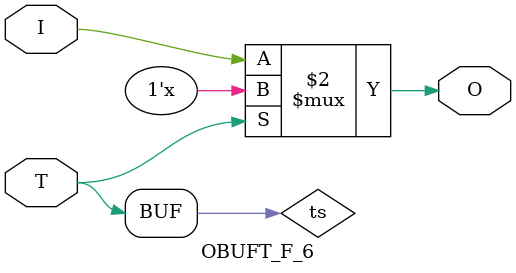
<source format=v>

/*

FUNCTION	: TRI-STATE OUTPUT BUFFER

*/

`celldefine
`timescale  100 ps / 10 ps

module OBUFT_F_6 (O, I, T);

    output O;

    input  I, T;

    or O1 (ts, 1'b0, T);
    bufif0 T1 (O, I, ts);

endmodule

</source>
